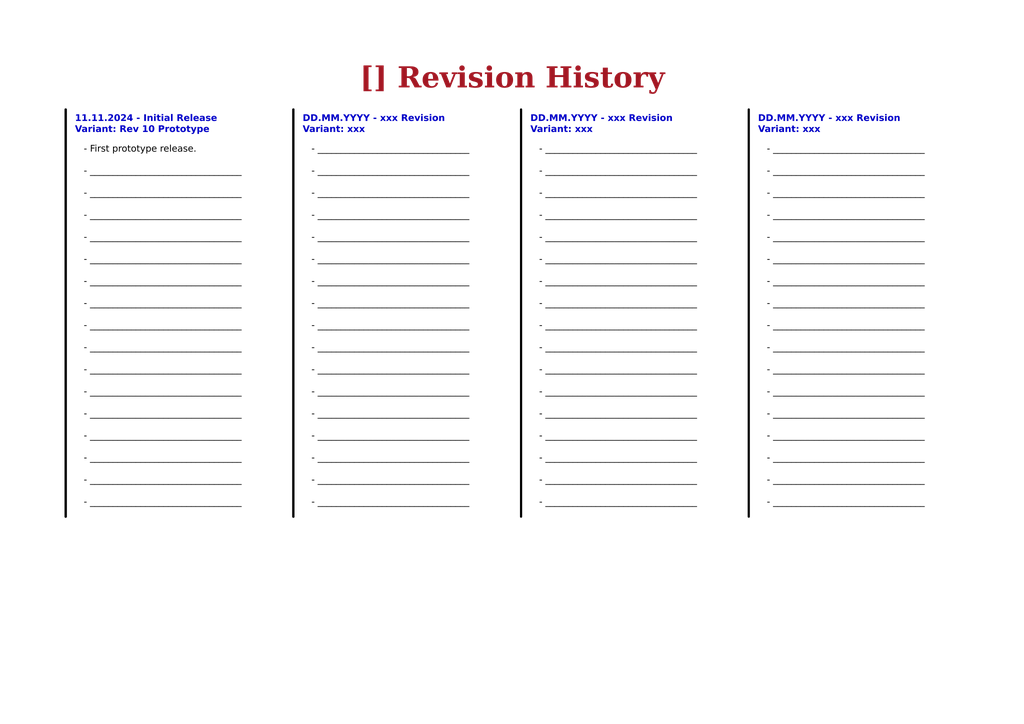
<source format=kicad_sch>
(kicad_sch
	(version 20231120)
	(generator "eeschema")
	(generator_version "8.0")
	(uuid "ea8c4f5e-7a49-4faf-a994-dbc85ed86b0a")
	(paper "A4")
	(title_block
		(title "Revision History")
		(date "Last Modified Date")
		(rev "${REVISION}")
		(company "${COMPANY}")
	)
	(lib_symbols)
	(polyline
		(pts
			(xy 19.05 31.75) (xy 19.05 149.86)
		)
		(stroke
			(width 0.635)
			(type default)
			(color 0 0 0 1)
		)
		(uuid "4849fe72-6429-4f5b-a9e6-56656658a37b")
	)
	(polyline
		(pts
			(xy 85.09 31.75) (xy 85.09 149.86)
		)
		(stroke
			(width 0.635)
			(type default)
			(color 0 0 0 1)
		)
		(uuid "5f29c90a-4bd5-401c-a0f6-a99df09914f4")
	)
	(polyline
		(pts
			(xy 85.09 31.75) (xy 85.09 149.86)
		)
		(stroke
			(width 0.635)
			(type default)
			(color 0 0 0 1)
		)
		(uuid "74018a10-ab58-4dc2-b4e6-376117e1ffc0")
	)
	(polyline
		(pts
			(xy 151.13 31.75) (xy 151.13 149.86)
		)
		(stroke
			(width 0.635)
			(type default)
			(color 0 0 0 1)
		)
		(uuid "a6b610d4-f09b-4d6e-ac67-0bb3d0e09fbe")
	)
	(polyline
		(pts
			(xy 19.05 31.75) (xy 19.05 149.86)
		)
		(stroke
			(width 0.635)
			(type default)
			(color 0 0 0 1)
		)
		(uuid "b271ef24-6836-4d14-b8f8-8568bc734aca")
	)
	(polyline
		(pts
			(xy 217.17 31.75) (xy 217.17 149.86)
		)
		(stroke
			(width 0.635)
			(type default)
			(color 0 0 0 1)
		)
		(uuid "fe21cbb6-f53c-41a1-bc1c-520e82f71f78")
	)
	(text_box "- _________________________________\n\n- _________________________________\n\n- _________________________________\n\n- _________________________________\n\n- _________________________________\n\n- _________________________________\n\n- _________________________________\n\n- _________________________________\n\n- _________________________________\n\n- _________________________________\n\n- _________________________________\n\n- _________________________________\n\n- _________________________________\n\n- _________________________________\n\n- _________________________________\n\n- _________________________________\n\n- _________________________________"
		(exclude_from_sim no)
		(at 220.98 40.64 0)
		(size 58.42 115.57)
		(stroke
			(width -0.0001)
			(type default)
		)
		(fill
			(type none)
		)
		(effects
			(font
				(face "Arial")
				(size 1.905 1.905)
				(color 0 0 0 1)
			)
			(justify left top)
		)
		(uuid "0c062e2b-2be1-4307-b752-045c211787f4")
	)
	(text_box "DD.MM.YYYY - xxx Revision\nVariant: xxx"
		(exclude_from_sim no)
		(at 86.36 31.75 0)
		(size 57.15 7.62)
		(stroke
			(width -0.0001)
			(type default)
		)
		(fill
			(type none)
		)
		(effects
			(font
				(face "Arial")
				(size 1.905 1.905)
				(thickness 0.254)
				(bold yes)
			)
			(justify left top)
		)
		(uuid "14f2d7b6-dcd6-4c43-91a3-c7a76690654c")
	)
	(text_box "[${#}] ${TITLE}"
		(exclude_from_sim no)
		(at 80.01 16.51 0)
		(size 137.16 12.7)
		(stroke
			(width -0.0001)
			(type default)
		)
		(fill
			(type none)
		)
		(effects
			(font
				(face "Times New Roman")
				(size 6 6)
				(thickness 1.2)
				(bold yes)
				(color 162 22 34 1)
			)
		)
		(uuid "20a0a094-ac98-46df-bdac-21d5721f7697")
	)
	(text_box "DD.MM.YYYY - xxx Revision\nVariant: xxx"
		(exclude_from_sim no)
		(at 152.4 31.75 0)
		(size 57.15 7.62)
		(stroke
			(width -0.0001)
			(type default)
		)
		(fill
			(type none)
		)
		(effects
			(font
				(face "Arial")
				(size 1.905 1.905)
				(thickness 0.254)
				(bold yes)
			)
			(justify left top)
		)
		(uuid "61447e65-3862-4ca7-a61e-5d8506cb38bb")
	)
	(text_box "- First prototype release.\n\n- _________________________________\n\n- _________________________________\n\n- _________________________________\n\n- _________________________________\n\n- _________________________________\n\n- _________________________________\n\n- _________________________________\n\n- _________________________________\n\n- _________________________________\n\n- _________________________________\n\n- _________________________________\n\n- _________________________________\n\n- _________________________________\n\n- _________________________________\n\n- _________________________________\n\n- _________________________________"
		(exclude_from_sim no)
		(at 22.86 40.64 0)
		(size 58.42 115.57)
		(stroke
			(width -0.0001)
			(type default)
		)
		(fill
			(type none)
		)
		(effects
			(font
				(face "Arial")
				(size 1.905 1.905)
				(color 0 0 0 1)
			)
			(justify left top)
		)
		(uuid "7cea8527-91c8-47c3-a860-064e128bcffe")
	)
	(text_box "- _________________________________\n\n- _________________________________\n\n- _________________________________\n\n- _________________________________\n\n- _________________________________\n\n- _________________________________\n\n- _________________________________\n\n- _________________________________\n\n- _________________________________\n\n- _________________________________\n\n- _________________________________\n\n- _________________________________\n\n- _________________________________\n\n- _________________________________\n\n- _________________________________\n\n- _________________________________\n\n- _________________________________"
		(exclude_from_sim no)
		(at 154.94 40.64 0)
		(size 58.42 115.57)
		(stroke
			(width -0.0001)
			(type default)
		)
		(fill
			(type none)
		)
		(effects
			(font
				(face "Arial")
				(size 1.905 1.905)
				(color 0 0 0 1)
			)
			(justify left top)
		)
		(uuid "8ad0acb7-8a2e-40a2-87c7-888a93359ccd")
	)
	(text_box "11.11.2024 - Initial Release\nVariant: Rev 10 Prototype"
		(exclude_from_sim no)
		(at 20.32 31.75 0)
		(size 57.15 7.62)
		(stroke
			(width -0.0001)
			(type default)
		)
		(fill
			(type none)
		)
		(effects
			(font
				(face "Arial")
				(size 1.905 1.905)
				(thickness 0.254)
				(bold yes)
			)
			(justify left top)
		)
		(uuid "922c5813-4880-4ddf-ba01-939f72022a9d")
	)
	(text_box "- _________________________________\n\n- _________________________________\n\n- _________________________________\n\n- _________________________________\n\n- _________________________________\n\n- _________________________________\n\n- _________________________________\n\n- _________________________________\n\n- _________________________________\n\n- _________________________________\n\n- _________________________________\n\n- _________________________________\n\n- _________________________________\n\n- _________________________________\n\n- _________________________________\n\n- _________________________________\n\n- _________________________________"
		(exclude_from_sim no)
		(at 88.9 40.64 0)
		(size 58.42 115.57)
		(stroke
			(width -0.0001)
			(type default)
		)
		(fill
			(type none)
		)
		(effects
			(font
				(face "Arial")
				(size 1.905 1.905)
				(color 0 0 0 1)
			)
			(justify left top)
		)
		(uuid "cd63b456-8f62-4290-9191-6ad427c40f65")
	)
	(text_box "DD.MM.YYYY - xxx Revision\nVariant: xxx"
		(exclude_from_sim no)
		(at 218.44 31.75 0)
		(size 57.15 7.62)
		(stroke
			(width -0.0001)
			(type default)
		)
		(fill
			(type none)
		)
		(effects
			(font
				(face "Arial")
				(size 1.905 1.905)
				(thickness 0.254)
				(bold yes)
			)
			(justify left top)
		)
		(uuid "f47af890-f55a-44bf-b54f-b7df3adde008")
	)
)

</source>
